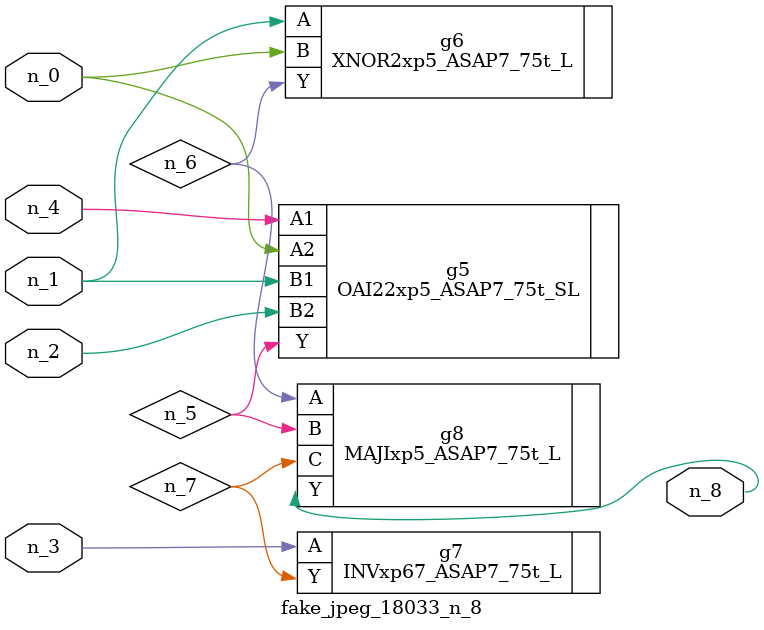
<source format=v>
module fake_jpeg_18033_n_8 (n_3, n_2, n_1, n_0, n_4, n_8);

input n_3;
input n_2;
input n_1;
input n_0;
input n_4;

output n_8;

wire n_6;
wire n_5;
wire n_7;

OAI22xp5_ASAP7_75t_SL g5 ( 
.A1(n_4),
.A2(n_0),
.B1(n_1),
.B2(n_2),
.Y(n_5)
);

XNOR2xp5_ASAP7_75t_L g6 ( 
.A(n_1),
.B(n_0),
.Y(n_6)
);

INVxp67_ASAP7_75t_L g7 ( 
.A(n_3),
.Y(n_7)
);

MAJIxp5_ASAP7_75t_L g8 ( 
.A(n_6),
.B(n_5),
.C(n_7),
.Y(n_8)
);


endmodule
</source>
